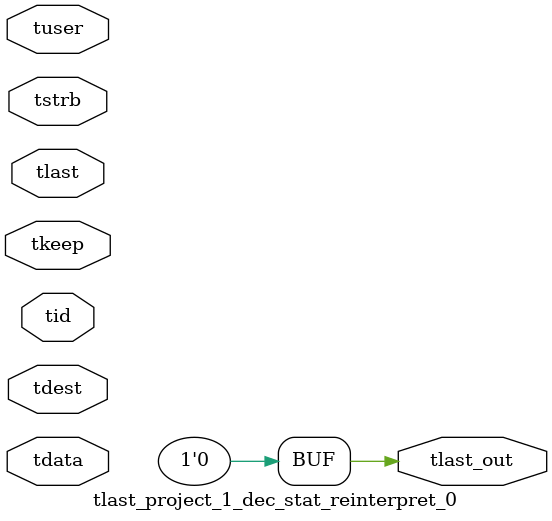
<source format=v>


`timescale 1ps/1ps

module tlast_project_1_dec_stat_reinterpret_0 #
(
parameter C_S_AXIS_TID_WIDTH   = 1,
parameter C_S_AXIS_TUSER_WIDTH = 0,
parameter C_S_AXIS_TDATA_WIDTH = 0,
parameter C_S_AXIS_TDEST_WIDTH = 0
)
(
input  [(C_S_AXIS_TID_WIDTH   == 0 ? 1 : C_S_AXIS_TID_WIDTH)-1:0       ] tid,
input  [(C_S_AXIS_TDATA_WIDTH == 0 ? 1 : C_S_AXIS_TDATA_WIDTH)-1:0     ] tdata,
input  [(C_S_AXIS_TUSER_WIDTH == 0 ? 1 : C_S_AXIS_TUSER_WIDTH)-1:0     ] tuser,
input  [(C_S_AXIS_TDEST_WIDTH == 0 ? 1 : C_S_AXIS_TDEST_WIDTH)-1:0     ] tdest,
input  [(C_S_AXIS_TDATA_WIDTH/8)-1:0 ] tkeep,
input  [(C_S_AXIS_TDATA_WIDTH/8)-1:0 ] tstrb,
input  [0:0]                                                             tlast,
output                                                                   tlast_out
);

assign tlast_out = {1'b0};

endmodule


</source>
